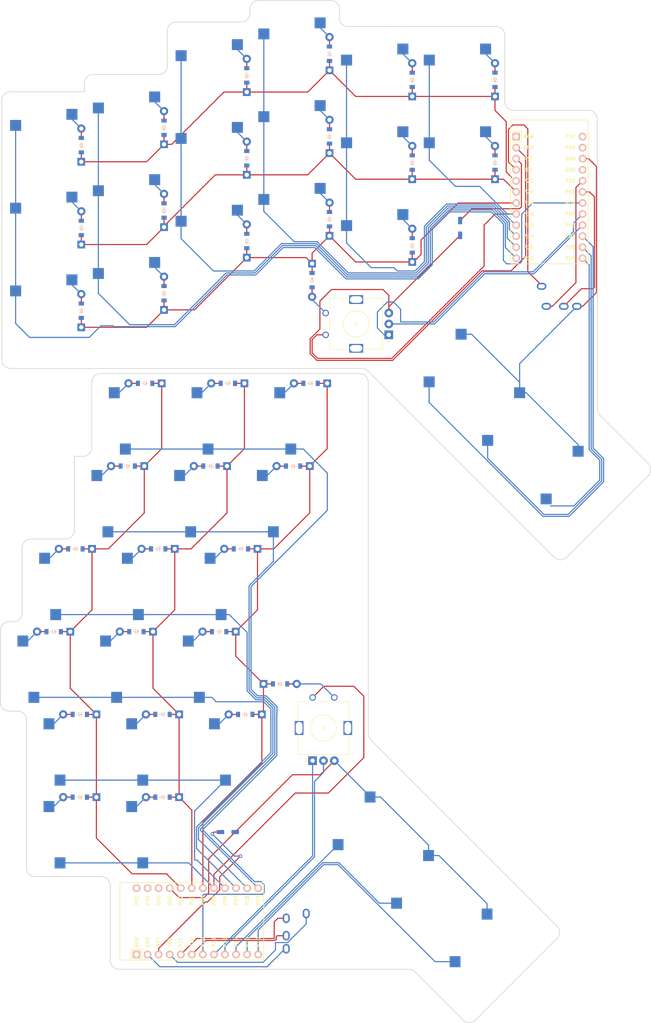
<source format=kicad_pcb>
(kicad_pcb (version 20211014) (generator pcbnew)
  (title_block (title "lenz03") (rev "v1.0.0") (company "Unknown"))
  (layers (0 "F.Cu" signal) (31 "B.Cu" signal) (34 "B.Paste" user) (35 "F.Paste" user) (36 "B.SilkS" user "B.Silkscreen") (37 "F.SilkS" user "F.Silkscreen") (38 "B.Mask" user) (39 "F.Mask" user) (44 "Edge.Cuts" user))
  (net 0 "")
  (net 1 "P4")
  (net 2 "prepinky_bottom")
  (net 3 "P19")
  (net 4 "prepinky_home")
  (net 5 "P20")
  (net 6 "prepinky_top")
  (net 7 "P21")
  (net 8 "P10")
  (net 9 "pinky_bottom")
  (net 10 "pinky_home")
  (net 11 "pinky_top")
  (net 12 "P16")
  (net 13 "ring_bottom")
  (net 14 "ring_home")
  (net 15 "ring_top")
  (net 16 "P14")
  (net 17 "middle_bottom")
  (net 18 "middle_home")
  (net 19 "middle_top")
  (net 20 "P15")
  (net 21 "index_bottom")
  (net 22 "index_home")
  (net 23 "index_top")
  (net 24 "P18")
  (net 25 "postindex_home")
  (net 26 "postindex_top")
  (net 27 "near_home")
  (net 28 "P5")
  (net 29 "GND")
  (net 30 "P6")
  (net 31 "P7")
  (net 32 "P8")
  (net 33 "P9")
  (net 34 "mirror_prepinky_bottom")
  (net 35 "mirror_prepinky_home")
  (net 36 "P3")
  (net 37 "mirror_prepinky_top")
  (net 38 "P2")
  (net 39 "mirror_pinky_bottom")
  (net 40 "mirror_pinky_home")
  (net 41 "mirror_pinky_top")
  (net 42 "mirror_ring_bottom")
  (net 43 "mirror_ring_home")
  (net 44 "mirror_ring_top")
  (net 45 "mirror_middle_bottom")
  (net 46 "mirror_middle_home")
  (net 47 "mirror_middle_top")
  (net 48 "mirror_index_bottom")
  (net 49 "mirror_index_home")
  (net 50 "mirror_index_top")
  (net 51 "mirror_postindex_home")
  (net 52 "mirror_postindex_top")
  (net 53 "mirror_near_home")
  (net 54 "RAW")
  (net 55 "RST")
  (net 56 "VCC")
  (net 57 "P1")
  (net 58 "P0")
  (footprint "ComboDiode" (layer "F.Cu") (at 48.661 138.712 180)
    (fp_text reference "D26" hide)
    (fp_text value "" hide)
  )
  (footprint "MX" (layer "F.Cu") (at 39.661 127.712 90)
    (fp_text reference "S26" hide)
    (fp_text value "" hide)
  )
  (footprint "MX" (layer "F.Cu") (at 47.661 203.712 90)
    (fp_text reference "S36" hide)
    (fp_text value "" hide)
  )
  (footprint "ComboDiode" (layer "F.Cu") (at 31.01 84.037 90)
    (fp_text reference "D1" hide)
    (fp_text value "" hide)
  )
  (footprint "ComboDiode" (layer "F.Cu") (at 88.01 25.037 90)
    (fp_text reference "D12" hide)
    (fp_text value "" hide)
  )
  (footprint "MX" (layer "F.Cu") (at 131.130058 110.593349 45)
    (fp_text reference "S19" hide)
    (fp_text value "" hide)
  )
  (footprint "ComboDiode" (layer "F.Cu") (at 126.01 31.037 90)
    (fp_text reference "D17" hide)
    (fp_text value "" hide)
  )
  (footprint "MX" (layer "F.Cu") (at 28.661 203.712 90)
    (fp_text reference "S37" hide)
    (fp_text value "" hide)
  )
  (footprint "ComboDiode" (layer "F.Cu") (at 83.661 100.712 180)
    (fp_text reference "D19" hide)
    (fp_text value "" hide)
  )
  (footprint "MX" (layer "F.Cu") (at 28.661 184.712 90)
    (fp_text reference "S35" hide)
    (fp_text value "" hide)
  )
  (footprint "MX" (layer "F.Cu") (at 42.01 78.037)
    (fp_text reference "S4" hide)
    (fp_text value "" hide)
  )
  (footprint "MX" (layer "F.Cu") (at 65.661 146.712 90)
    (fp_text reference "S27" hide)
    (fp_text value "" hide)
  )
  (footprint "MX" (layer "F.Cu") (at 23.01 63.037)
    (fp_text reference "S2" hide)
    (fp_text value "" hide)
  )
  (footprint "MX" (layer "F.Cu") (at 42.01 59.037)
    (fp_text reference "S5" hide)
    (fp_text value "" hide)
  )
  (footprint "Button_Switch_SMD:SW_SPST_B3U-1000P" (layer "F.Cu") (at 118.01 65.037 90)
    (fp_text reference "")
    (fp_text value "")
  )
  (footprint "MX" (layer "F.Cu") (at 41.661 165.712 90)
    (fp_text reference "S31" hide)
    (fp_text value "" hide)
  )
  (footprint "MX" (layer "F.Cu") (at 80.01 23.037)
    (fp_text reference "S12" hide)
    (fp_text value "" hide)
  )
  (footprint "ComboDiode" (layer "F.Cu") (at 49.661 176.712 180)
    (fp_text reference "D32" hide)
    (fp_text value "" hide)
  )
  (footprint "MX" (layer "F.Cu") (at 23.01 82.037)
    (fp_text reference "S1" hide)
    (fp_text value "" hide)
  )
  (footprint "MX" (layer "F.Cu") (at 77.661 127.712 90)
    (fp_text reference "S24" hide)
    (fp_text value "" hide)
  )
  (footprint "ComboDiode" (layer "F.Cu") (at 31.01 46.037 90)
    (fp_text reference "D3" hide)
    (fp_text value "" hide)
  )
  (footprint "MX" (layer "F.Cu") (at 61.01 47.037)
    (fp_text reference "S8" hide)
    (fp_text value "" hide)
  )
  (footprint "MX" (layer "F.Cu") (at 43.661 108.712 90)
    (fp_text reference "S23" hide)
    (fp_text value "" hide)
  )
  (footprint "MX" (layer "F.Cu") (at 99.01 48.037)
    (fp_text reference "S14" hide)
    (fp_text value "" hide)
  )
  (footprint "MX" (layer "F.Cu") (at 117.695029 97.15832 45)
    (fp_text reference "S18" hide)
    (fp_text value "" hide)
  )
  (footprint "MX" (layer "F.Cu") (at 80.01 42.037)
    (fp_text reference "S11" hide)
    (fp_text value "" hide)
  )
  (footprint "MX" (layer "F.Cu") (at 23.01 44.037)
    (fp_text reference "S3" hide)
    (fp_text value "" hide)
  )
  (footprint "MX" (layer "F.Cu") (at 42.01 40.037)
    (fp_text reference "S6" hide)
    (fp_text value "" hide)
  )
  (footprint "MX" (layer "F.Cu") (at 80.01 61.037)
    (fp_text reference "S10" hide)
    (fp_text value "" hide)
  )
  (footprint "ComboDiode" (layer "F.Cu") (at 88.01 63.037 90)
    (fp_text reference "D10" hide)
    (fp_text value "" hide)
  )
  (footprint "ComboDiode" (layer "F.Cu") (at 88.01 44.037 90)
    (fp_text reference "D11" hide)
    (fp_text value "" hide)
  )
  (footprint "TRRS-PJ-320A-dual" (layer "F.Cu") (at 78.061 233.712 180)
    (fp_text reference "REF**")
    (fp_text value "TRRS-PJ-320A-dual")
  )
  (footprint "MX" (layer "F.Cu") (at 81.661 108.712 90)
    (fp_text reference "S21" hide)
    (fp_text value "" hide)
  )
  (footprint "ProMicro" (layer "F.Cu") (at 138.51 58.037 -90)
    (fp_text reference "MCU1" hide)
    (fp_text value "" hide)
  )
  (footprint "ComboDiode" (layer "F.Cu") (at 84.01 77.037 -90)
    (fp_text reference "D18" hide)
    (fp_text value "" hide)
  )
  (footprint "ComboDiode" (layer "F.Cu") (at 107.01 31.037 90)
    (fp_text reference "D15" hide)
    (fp_text value "" hide)
  )
  (footprint "Button_Switch_SMD:SW_SPST_B3U-1000P" (layer "F.Cu") (at 64.661 203.712 180)
    (fp_text reference "")
    (fp_text value "")
  )
  (footprint "MX" (layer "F.Cu") (at 123.652378 230.267087 45)
    (fp_text reference "S40" hide)
    (fp_text value "" hide)
  )
  (footprint "ComboDiode" (layer "F.Cu") (at 60.661 119.712 180)
    (fp_text reference "D23" hide)
    (fp_text value "" hide)
  )
  (footprint "ComboDiode" (layer "F.Cu") (at 126.01 50.037 90)
    (fp_text reference "D16" hide)
    (fp_text value "" hide)
  )
  (footprint "ComboDiode" (layer "F.Cu") (at 41.661 119.712 180)
    (fp_text reference "D24" hide)
    (fp_text value "" hide)
  )
  (footprint "ComboDiode" (layer "F.Cu") (at 79.661 119.712 180)
    (fp_text reference "D22" hide)
    (fp_text value "" hide)
  )
  (footprint "ComboDiode" (layer "F.Cu") (at 64.661 100.712 180)
    (fp_text reference "D20" hide)
    (fp_text value "" hide)
  )
  (footprint "rotary_encoder" (layer "F.Cu") (at 94.01 87.037 180)
    (fp_text reference "ROT1" hide)
    (fp_text value "")
  )
  (footprint "ComboDiode" (layer "F.Cu") (at 69.01 30.037 90)
    (fp_text reference "D9" hide)
    (fp_text value "" hide)
  )
  (footprint "MX" (layer "F.Cu") (at 27.661 146.712 90)
    (fp_text reference "S29" hide)
    (fp_text value "" hide)
  )
  (footprint "ComboDiode" (layer "F.Cu") (at 69.01 49.037 90)
    (fp_text reference "D8" hide)
    (fp_text value "" hide)
  )
  (footprint "ComboDiode" (layer "F.Cu") (at 67.661 138.712 180)
    (fp_text reference "D25" hide)
    (fp_text value "" hide)
  )
  (footprint "ComboDiode" (layer "F.Cu") (at 69.01 68.037 90)
    (fp_text reference "D7" hide)
    (fp_text value "" hide)
  )
  (footprint "MX" (layer "F.Cu") (at 99.01 29.037)
    (fp_text reference "S15" hide)
    (fp_text value "" hide)
  )
  (footprint "MX" (layer "F.Cu") (at 60.661 165.712 90)
    (fp_text reference "S30" hide)
    (fp_text value "" hide)
  )
  (footprint "MX" (layer "F.Cu") (at 144.565087 124.028378 45)
    (fp_text reference "S20" hide)
    (fp_text value "" hide)
  )
  (footprint "MX" (layer "F.Cu") (at 110.217349 216.832058 45)
    (fp_text reference "S39" hide)
    (fp_text value "" hide)
  )
  (footprint "ComboDiode" (layer "F.Cu") (at 29.661 138.712 180)
    (fp_text reference "D27" hide)
    (fp_text value "" hide)
  )
  (footprint "ComboDiode" (layer "F.Cu") (at 107.01 69.037 90)
    (fp_text reference "D13" hide)
    (fp_text value "" hide)
  )
  (footprint "MX" (layer "F.Cu") (at 61.01 66.037)
    (fp_text reference "S7" hide)
    (fp_text value "" hide)
  )
  (footprint "ComboDiode" (layer "F.Cu") (at 45.661 100.712 180)
    (fp_text reference "D21" hide)
    (fp_text value "" hide)
  )
  (footprint "ComboDiode" (layer "F.Cu") (at 50.01 61.037 90)
    (fp_text reference "D5" hide)
    (fp_text value "" hide)
  )
  (footprint "ComboDiode" (layer "F.Cu") (at 30.661 176.712 180)
    (fp_text reference "D33" hide)
    (fp_text value "" hide)
  )
  (footprint "ComboDiode" (layer "F.Cu") (at 24.661 157.712 180)
    (fp_text reference "D30" hide)
    (fp_text value "" hide)
  )
  (footprint "MX" (layer "F.Cu") (at 22.661 165.712 90)
    (fp_text reference "S32" hide)
    (fp_text value "" hide)
  )
  (footprint "MX" (layer "F.Cu") (at 96.78232 203.397029 45)
    (fp_text reference "S38" hide)
    (fp_text value "" hide)
  )
  (footprint "ComboDiode" (layer "F.Cu") (at 50.01 42.037 90)
    (fp_text reference "D6" hide)
    (fp_text value "" hide)
  )
  (footprint "ComboDiode" (layer "F.Cu") (at 107.01 50.037 90)
    (fp_text reference "D14" hide)
    (fp_text value "" hide)
  )
  (footprint "MX" (layer "F.Cu") (at 118.01 48.037)
    (fp_text reference "S16" hide)
    (fp_text value "" hide)
  )
  (footprint "MX" (layer "F.Cu") (at 46.661 146.712 90)
    (fp_text reference "S28" hide)
    (fp_text value "" hide)
  )
  (footprint "TRRS-PJ-320A-dual" (layer "F.Cu") (at 148.01 83.037 -90)
    (fp_text reference "REF**")
    (fp_text value "TRRS-PJ-320A-dual")
  )
  (footprint "ComboDiode" (layer "F.Cu") (at 30.661 195.712 180)
    (fp_text reference "D35" hide)
    (fp_text value "" hide)
  )
  (footprint "ComboDiode" (layer "F.Cu") (at 62.661 157.712 180)
    (fp_text reference "D28" hide)
    (fp_text value "" hide)
  )
  (footprint "MX" (layer "F.Cu") (at 99.01 67.037)
    (fp_text reference "S13" hide)
    (fp_text value "" hide)
  )
  (footprint "ProMicro" (layer "F.Cu") (at 57.661 224.212)
    (fp_text reference "MCU2" hide)
    (fp_text value "" hide)
  )
  (footprint "MX" (layer "F.Cu") (at 61.01 28.037)
    (fp_text reference "S9" hide)
    (fp_text value "" hide)
  )
  (footprint "MX" (layer "F.Cu") (at 58.661 127.712 90)
    (fp_text reference "S25" hide)
    (fp_text value "" hide)
  )
  (footprint "ComboDiode" (layer "F.Cu") (at 68.661 176.712 180)
    (fp_text reference "D31" hide)
    (fp_text value "" hide)
  )
  (footprint "ComboDiode" (layer "F.Cu") (at 50.01 80.037 90)
    (fp_text reference "D4" hide)
    (fp_text value "" hide)
  )
  (footprint "rotary_encoder" (layer "F.Cu") (at 86.661 179.712 90)
    (fp_text reference "ROT2" hide)
    (fp_text value "")
  )
  (footprint "ComboDiode" (layer "F.Cu") (at 49.661 195.712 180)
    (fp_text reference "D34" hide)
    (fp_text value "" hide)
  )
  (footprint "MX" (layer "F.Cu") (at 66.661 184.712 90)
    (fp_text reference "S33" hide)
    (fp_text value "" hide)
  )
  (footprint "MX" (layer "F.Cu") (at 62.661 108.712 90)
    (fp_text reference "S22" hide)
    (fp_text value "" hide)
  )
  (footprint "ComboDiode" (layer "F.Cu") (at 43.661 157.712 180)
    (fp_text reference "D29" hide)
    (fp_text value "" hide)
  )
  (footprint "MX" (layer "F.Cu") (at 118.01 29.037)
    (fp_text reference "S17" hide)
    (fp_text value "" hide)
  )
  (footprint "ComboDiode" (layer "F.Cu") (at 76.661 169.712)
    (fp_text reference "D36" hide)
    (fp_text value "" hide)
  )
  (footprint "ComboDiode" (layer "F.Cu") (at 31.01 65.037 90)
    (fp_text reference "D2" hide)
    (fp_text value "" hide)
  )
  (footprint "MX" (layer "F.Cu") (at 47.661 184.712 90)
    (fp_text reference "S34" hide)
    (fp_text value "" hide)
  )
  (gr_arc (start 106.202107 235.212) (mid 106.967472 235.364243) (end 107.616321 235.797786) (layer "Edge.Cuts") (width 0.15))
  (gr_line (start 50.76 27.787) (end 50.76 19.787) (layer "Edge.Cuts") (width 0.15))
  (gr_line (start 121.531058 246.884096) (end 140.269387 228.145766) (layer "Edge.Cuts") (width 0.15))
  (gr_line (start 71.76 12.787) (end 88.26 12.787) (layer "Edge.Cuts") (width 0.15))
  (gr_line (start 12.76 95.287) (end 12.76 35.787) (layer "Edge.Cuts") (width 0.15))
  (gr_line (start 33.76 29.787) (end 48.76 29.787) (layer "Edge.Cuts") (width 0.15))
  (gr_line (start 52.76 17.787) (end 67.76 17.787) (layer "Edge.Cuts") (width 0.15))
  (gr_arc (start 161.182096 119.07863) (mid 161.767857 120.492831) (end 161.182096 121.907058) (layer "Edge.Cuts") (width 0.15))
  (gr_arc (start 69.76 15.787) (mid 69.174214 17.201214) (end 67.76 17.787) (layer "Edge.Cuts") (width 0.15))
  (gr_arc (start 16.411 175.962) (mid 17.825214 176.547786) (end 18.411 177.962) (layer "Edge.Cuts") (width 0.15))
  (gr_arc (start 126.26 18.787) (mid 127.674214 19.372786) (end 128.26 20.787) (layer "Edge.Cuts") (width 0.15))
  (gr_arc (start 97.496786 182.544739) (mid 97.063232 181.895894) (end 96.911 181.130525) (layer "Edge.Cuts") (width 0.15))
  (gr_line (start 39.661 235.212) (end 106.202108 235.212) (layer "Edge.Cuts") (width 0.15))
  (gr_line (start 128.26 36.037) (end 128.26 20.787) (layer "Edge.Cuts") (width 0.15))
  (gr_line (start 96.911 181.130525) (end 96.911 100.462) (layer "Edge.Cuts") (width 0.15))
  (gr_arc (start 94.911 98.462) (mid 96.325214 99.047786) (end 96.911 100.462) (layer "Edge.Cuts") (width 0.15))
  (gr_line (start 29.411 134.462) (end 29.411 117.462) (layer "Edge.Cuts") (width 0.15))
  (gr_line (start 14.76 97.287) (end 95.428525 97.287) (layer "Edge.Cuts") (width 0.15))
  (gr_arc (start 50.76 19.787) (mid 51.345786 18.372786) (end 52.76 17.787) (layer "Edge.Cuts") (width 0.15))
  (gr_line (start 33.411 115.462) (end 33.411 100.462) (layer "Edge.Cuts") (width 0.15))
  (gr_line (start 69.76 15.787) (end 69.76 14.787) (layer "Edge.Cuts") (width 0.15))
  (gr_line (start 37.661 215.962) (end 37.661 233.212) (layer "Edge.Cuts") (width 0.15))
  (gr_arc (start 147.51 38.037) (mid 148.924214 38.622786) (end 149.51 40.037) (layer "Edge.Cuts") (width 0.15))
  (gr_line (start 90.26 14.787) (end 90.26 16.787) (layer "Edge.Cuts") (width 0.15))
  (gr_line (start 96.842738 97.872786) (end 139.615339 140.645387) (layer "Edge.Cuts") (width 0.15))
  (gr_line (start 17.411 153.462) (end 17.411 138.462) (layer "Edge.Cuts") (width 0.15))
  (gr_arc (start 150.095786 107.992321) (mid 149.662238 107.343475) (end 149.51 106.578107) (layer "Edge.Cuts") (width 0.15))
  (gr_arc (start 20.411 213.962) (mid 18.996786 213.376214) (end 18.411 211.962) (layer "Edge.Cuts") (width 0.15))
  (gr_line (start 118.70263 246.884096) (end 107.616321 235.797786) (layer "Edge.Cuts") (width 0.15))
  (gr_line (start 140.269387 225.317339) (end 97.496786 182.544738) (layer "Edge.Cuts") (width 0.15))
  (gr_arc (start 14.411 175.962) (mid 12.996786 175.376214) (end 12.411 173.962) (layer "Edge.Cuts") (width 0.15))
  (gr_arc (start 33.411 115.462) (mid 32.825214 116.876214) (end 31.411 117.462) (layer "Edge.Cuts") (width 0.15))
  (gr_arc (start 121.531058 246.884096) (mid 120.116831 247.469919) (end 118.70263 246.884096) (layer "Edge.Cuts") (width 0.15))
  (gr_arc (start 50.76 27.787) (mid 50.174214 29.201214) (end 48.76 29.787) (layer "Edge.Cuts") (width 0.15))
  (gr_arc (start 17.411 138.462) (mid 17.996786 137.047786) (end 19.411 136.462) (layer "Edge.Cuts") (width 0.15))
  (gr_arc (start 17.411 153.462) (mid 16.825214 154.876214) (end 15.411 155.462) (layer "Edge.Cuts") (width 0.15))
  (gr_line (start 150.095786 107.992321) (end 161.182096 119.078631) (layer "Edge.Cuts") (width 0.15))
  (gr_line (start 12.411 173.962) (end 12.411 157.462) (layer "Edge.Cuts") (width 0.15))
  (gr_arc (start 69.76 14.787) (mid 70.345786 13.372786) (end 71.76 12.787) (layer "Edge.Cuts") (width 0.15))
  (gr_arc (start 14.76 97.287) (mid 13.345786 96.701214) (end 12.76 95.287) (layer "Edge.Cuts") (width 0.15))
  (gr_arc (start 12.76 35.787) (mid 13.345786 34.372786) (end 14.76 33.787) (layer "Edge.Cuts") (width 0.15))
  (gr_arc (start 140.269387 225.31734) (mid 140.855173 226.731553) (end 140.269387 228.145766) (layer "Edge.Cuts") (width 0.15))
  (gr_line (start 31.76 33.787) (end 31.76 31.787) (layer "Edge.Cuts") (width 0.15))
  (gr_line (start 29.411 117.462) (end 31.411 117.462) (layer "Edge.Cuts") (width 0.15))
  (gr_line (start 142.443766 140.645387) (end 161.182096 121.907058) (layer "Edge.Cuts") (width 0.15))
  (gr_arc (start 29.411 134.462) (mid 28.825214 135.876214) (end 27.411 136.462) (layer "Edge.Cuts") (width 0.15))
  (gr_line (start 92.26 18.787) (end 126.26 18.787) (layer "Edge.Cuts") (width 0.15))
  (gr_arc (start 142.443766 140.645388) (mid 141.029566 141.231148) (end 139.615339 140.645387) (layer "Edge.Cuts") (width 0.15))
  (gr_arc (start 33.411 100.462) (mid 33.996786 99.047786) (end 35.411 98.462) (layer "Edge.Cuts") (width 0.15))
  (gr_arc (start 35.661 213.962) (mid 37.075214 214.547786) (end 37.661 215.962) (layer "Edge.Cuts") (width 0.15))
  (gr_arc (start 88.26 12.787) (mid 89.674214 13.372786) (end 90.26 14.787) (layer "Edge.Cuts") (width 0.15))
  (gr_arc (start 95.428524 97.287) (mid 96.193886 97.439249) (end 96.842738 97.872786) (layer "Edge.Cuts") (width 0.15))
  (gr_line (start 16.411 175.962) (end 14.411 175.962) (layer "Edge.Cuts") (width 0.15))
  (gr_line (start 14.411 155.462) (end 15.411 155.462) (layer "Edge.Cuts") (width 0.15))
  (gr_arc (start 130.26 38.037) (mid 128.845786 37.451214) (end 128.26 36.037) (layer "Edge.Cuts") (width 0.15))
  (gr_arc (start 12.411 157.462) (mid 12.996786 156.047786) (end 14.411 155.462) (layer "Edge.Cuts") (width 0.15))
  (gr_arc (start 39.661 235.212) (mid 38.246786 234.626214) (end 37.661 233.212) (layer "Edge.Cuts") (width 0.15))
  (gr_line (start 94.911 98.462) (end 35.411 98.462) (layer "Edge.Cuts") (width 0.15))
  (gr_line (start 147.51 38.037) (end 130.26 38.037) (layer "Edge.Cuts") (width 0.15))
  (gr_line (start 14.76 33.787) (end 31.76 33.787) (layer "Edge.Cuts") (width 0.15))
  (gr_arc (start 31.76 31.787) (mid 32.345786 30.372786) (end 33.76 29.787) (layer "Edge.Cuts") (width 0.15))
  (gr_line (start 35.661 213.962) (end 20.411 213.962) (layer "Edge.Cuts") (width 0.15))
  (gr_line (start 18.411 211.962) (end 18.411 177.962) (layer "Edge.Cuts") (width 0.15))
  (gr_line (start 27.411 136.462) (end 19.411 136.462) (layer "Edge.Cuts") (width 0.15))
  (gr_arc (start 92.26 18.787) (mid 90.845786 18.201214) (end 90.26 16.787) (layer "Edge.Cuts") (width 0.15))
  (gr_line (start 149.51 106.578107) (end 149.51 40.037) (layer "Edge.Cuts") (width 0.15))
  (segment (start 72.851 169.712) (end 72.851 176.332) (width 0.25) (layer "F.Cu") (net 1))
  (segment (start 72.851 169.712) (end 75.011 169.712) (width 0.25) (layer "F.Cu") (net 1))
  (segment (start 85.311 100.712) (end 87.471 100.712) (width 0.25) (layer "F.Cu") (net 1))
  (segment (start 72.851 176.332) (end 72.471 176.712) (width 0.25) (layer "F.Cu") (net 1))
  (segment (start 66.471 157.712) (end 64.311 157.712) (width 0.25) (layer "F.Cu") (net 1))
  (segment (start 71.471 138.712) (end 71.471 152.712) (width 0.25) (layer "F.Cu") (net 1))
  (segment (start 72.471 176.712) (end 70.311 176.712) (width 0.25) (layer "F.Cu") (net 1))
  (segment (start 87.471 115.712) (end 83.471 119.712) (width 0.25) (layer "F.Cu") (net 1))
  (segment (start 58.931 201.489) (end 58.931 216.592) (width 0.25) (layer "F.Cu") (net 1))
  (segment (start 71.471 152.712) (end 66.471 157.712) (width 0.25) (layer "F.Cu") (net 1))
  (segment (start 72.471 187.949) (end 58.931 201.489) (width 0.25) (layer "F.Cu") (net 1))
  (segment (start 83.471 130.449371) (end 75.208371 138.712) (width 0.25) (layer "F.Cu") (net 1))
  (segment (start 81.311 119.712) (end 83.471 119.712) (width 0.25) (layer "F.Cu") (net 1))
  (segment (start 66.471 157.712) (end 66.471 163.332) (width 0.25) (layer "F.Cu") (net 1))
  (segment (start 72.471 176.712) (end 72.471 187.949) (width 0.25) (layer "F.Cu") (net 1))
  (segment (start 87.471 100.712) (end 87.471 115.712) (width 0.25) (layer "F.Cu") (net 1))
  (segment (start 66.471 163.332) (end 72.851 169.712) (width 0.25) (layer "F.Cu") (net 1))
  (segment (start 83.471 119.712) (end 83.471 130.449371) (width 0.25) (layer "F.Cu") (net 1))
  (segment (start 71.471 138.712) (end 69.311 138.712) (width 0.25) (layer "F.Cu") (net 1))
  (segment (start 75.208371 138.712) (end 71.471 138.712) (width 0.25) (layer "F.Cu") (net 1))
  (segment (start 77.338792 69.544) (end 71.057792 75.825) (width 0.25) (layer "B.Cu") (net 1))
  (segment (start 125.18302 61.358) (end 115.626584 61.358) (width 0.25) (layer "B.Cu") (net 1))
  (segment (start 132.153 61.844) (end 132.153 72.766) (width 0.25) (layer "B.Cu") (net 1))
  (segment (start 19.123 90.165) (end 15.925 86.967) (width 0.25) (layer "B.Cu") (net 1))
  (segment (start 71.057792 75.825) (end 64.452396 75.825) (width 0.25) (layer "B.Cu") (net 1))
  (segment (start 127.944104 64.119084) (end 125.18302 61.358) (width 0.25) (layer "B.Cu") (net 1))
  (segment (start 132.153 72.766) (end 131.645 73.274) (width 0.25) (layer "B.Cu") (net 1))
  (segment (start 108.387584 76.725) (end 91.784812 76.725) (width 0.25) (layer "B.Cu") (net 1))
  (segment (start 127.944104 72.494104) (end 127.944104 64.119084) (width 0.25) (layer "B.Cu") (net 1))
  (segment (start 111.601 65.383584) (end 111.601 73.511584) (width 0.25) (layer "B.Cu") (net 1))
  (segment (start 35.506 87.498) (end 32.839 90.165) (width 0.25) (layer "B.Cu") (net 1))
  (segment (start 38.3 87.498) (end 35.506 87.498) (width 0.25) (layer "B.Cu") (net 1))
  (segment (start 52.583396 87.694) (end 38.496 87.694) (width 0.25) (layer "B.Cu") (net 1))
  (segment (start 111.601 73.511584) (end 108.387584 76.725) (width 0.25) (layer "B.Cu") (net 1))
  (segment (start 115.626584 61.358) (end 111.601 65.383584) (width 0.25) (layer "B.Cu") (net 1))
  (segment (start 38.496 87.694) (end 38.3 87.498) (width 0.25) (layer "B.Cu") (net 1))
  (segment (start 91.784812 76.725) (end 84.603812 69.544) (width 0.25) (layer "B.Cu") (net 1))
  (segment (start 128.724 73.274) (end 127.944104 72.494104) (width 0.25) (layer "B.Cu") (net 1))
  (segment (start 64.452396 75.825) (end 52.583396 87.694) (width 0.25) (layer "B.Cu") (net 1))
  (segment (start 131.645 73.274) (end 128.724 73.274) (width 0.25) (layer "B.Cu") (net 1))
  (segment (start 146.13 59.307) (end 134.69 59.307) (width 0.25) (layer "B.Cu") (net 1))
  (segment (start 15.925 86.967) (end 15.925 79.497) (width 0.25) (layer "B.Cu") (net 1))
  (segment (start 32.839 90.165) (end 19.123 90.165) (width 0.25) (layer "B.Cu") (net 1))
  (segment (start 15.925 41.497) (end 15.925 60.497) (width 0.25) (layer "B.Cu") (net 1))
  (segment (start 84.603812 69.544) (end 77.338792 69.544) (width 0.25) (layer "B.Cu") (net 1))
  (segment (start 15.925 60.497) (end 15.925 79.497) (width 0.25) (layer "B.Cu") (net 1))
  (segment (start 134.69 59.307) (end 132.153 61.844) (width 0.25) (layer "B.Cu") (net 1))
  (segment (start 31.01 82.387) (end 31.01 80.227) (width 0.25) (layer "F.Cu") (net 2))
  (segment (start 28.852 76.957) (end 28.852 78.069) (width 0.25) (layer "B.Cu") (net 2))
  (segment (start 28.852 78.069) (end 31.01 80.227) (width 0.25) (layer "B.Cu") (net 2))
  (segment (start 84.01 73.227) (end 84.01 75.387) (width 0.25) (layer "F.Cu") (net 3))
  (segment (start 107.01 72.847) (end 107.307 72.847) (width 0.25) (layer "F.Cu") (net 3))
  (segment (start 31.01 87.847) (end 46.01 87.847) (width 0.25) (layer "F.Cu") (net 3))
  (segment (start 109.039 67.813) (end 117.545 59.307) (width 0.25) (layer "F.Cu") (net 3))
  (segment (start 109.039 71.115) (end 109.039 67.813) (width 0.25) (layer "F.Cu") (net 3))
  (segment (start 94.01 72.847) (end 107.01 72.847) (width 0.25) (layer "F.Cu") (net 3))
  (segment (start 88.01 66.847) (end 94.01 72.847) (width 0.25) (layer "F.Cu") (net 3))
  (segment (start 117.545 59.307) (end 130.89 59.307) (width 0.25) (layer "F.Cu") (net 3))
  (segment (start 46.01 87.847) (end 50.01 83.847) (width 0.25) (layer "F.Cu") (net 3))
  (segment (start 84.01 73.227) (end 84.01 70.847) (width 0.25) (layer "F.Cu") (net 3))
  (segment (start 69.01 71.847) (end 69.01 69.687) (width 0.25) (layer "F.Cu") (net 3))
  (segment (start 107.01 72.847) (end 107.01 70.687) (width 0.25) (layer "F.Cu") (net 3))
  (segment (start 84.01 70.847) (end 88.01 66.847) (width 0.25) (layer "F.Cu") (net 3))
  (segment (start 50.01 83.847) (end 50.01 81.687) (width 0.25) (layer "F.Cu") (net 3))
  (segment (start 82.63 71.847) (end 84.01 73.227) (width 0.25) (layer "F.Cu") (net 3))
  (segment (start 88.01 64.687) (end 88.01 66.847) (width 0.25) (layer "F.Cu") (net 3))
  (segment (start 57.01 83.847) (end 69.01 71.847) (width 0.25) (layer "F.Cu") (net 3))
  (segment (start 107.307 72.847) (end 109.039 71.115) (width 0.25) (layer "F.Cu") (net 3))
  (segment (start 31.01 87.847) (end 31.01 85.687) (width 0.25) (layer "F.Cu") (net 3))
  (segment (start 50.01 83.847) (end 57.01 83.847) (width 0.25) (layer "F.Cu") (net 3))
  (segment (start 69.01 71.847) (end 82.63 71.847) (width 0.25) (layer "F.Cu") (net 3))
  (segment (start 72.263 215.081) (end 70.756396 215.081) (width 0.25) (layer "B.Cu") (net 3))
  (segment (start 75.899 176.647) (end 75.946 176.6) (width 0.25) (layer "B.Cu") (net 3))
  (segment (start 75.899 186.172) (end 75.899 176.647) (width 0.25) (layer "B.Cu") (net 3))
  (segment (start 81.984 115.797) (end 79.121 115.797) (width 0.25) (layer "B.Cu") (net 3))
  (segment (start 87.503 121.316) (end 81.984 115.797) (width 0.25) (layer "B.Cu") (net 3))
  (segment (start 73.457188 172.456) (end 71.501 172.456) (width 0.25) (layer "B.Cu") (net 3))
  (segment (start 87.503 129.865396) (end 87.503 121.316) (width 0.25) (layer "B.Cu") (net 3))
  (segment (start 59.182 218.002) (end 72.644 218.002) (width 0.25) (layer "B.Cu") (net 3))
  (segment (start 70.756396 215.081) (end 58.873198 203.197802) (width 0.25) (layer "B.Cu") (net 3))
  (segment (start 69.988 170.943) (end 69.988 147.380396) (width 0.25) (layer "B.Cu") (net 3))
  (segment (start 73.025 215.843) (end 72.263 215.081) (width 0.25) (layer "B.Cu") (net 3))
  (segment (start 58.873198 203.197802) (end 75.899 186.172) (width 0.25) (layer "B.Cu") (net 3))
  (segment (start 41.121 115.797) (end 79.121 115.797) (width 0.25) (layer "B.Cu") (net 3))
  (segment (start 58.931 218.253) (end 59.182 218.002) (width 0.25) (layer "B.Cu") (net 3))
  (segment (start 72.644 218.002) (end 73.025 217.621) (width 0.25) (layer "B.Cu") (net 3))
  (segment (start 75.946 176.6) (end 75.946 174.944812) (width 0.25) (layer "B.Cu") (net 3))
  (segment (start 69.988 147.380396) (end 87.503 129.865396) (width 0.25) (layer "B.Cu") (net 3))
  (segment (start 58.931 231.832) (end 58.931 218.253) (width 0.25) (layer "B.Cu") (net 3))
  (segment (start 73.025 217.621) (end 73.025 215.843) (width 0.25) (layer "B.Cu") (net 3))
  (segment (start 71.501 172.456) (end 69.988 170.943) (width 0.25) (layer "B.Cu") (net 3))
  (segment (start 75.946 174.944812) (end 73.457188 172.456) (width 0.25) (layer "B.Cu") (net 3))
  (segment (start 31.01 63.387) (end 31.01 61.227) (width 0.25) (layer "F.Cu") (net 4))
  (segment (start 28.852 57.957) (end 28.852 59.069) (width 0.25) (layer "B.Cu") (net 4))
  (segment (start 28.852 59.069) (end 31.01 61.227) (width 0.25) (layer "B.Cu") (net 4))
  (segment (start 75.761 228.348396) (end 75.497396 228.612) (width 0.25) (layer "F.Cu") (net 5))
  (segment (start 69.01 52.847) (end 83.01 52.847) (width 0.25) (layer "F.Cu") (net 5))
  (segment (start 83.01 52.847) (end 88.01 47.847) (width 0.25) (layer "F.Cu") (net 5))
  (segment (start 94.01 53.847) (end 107.01 53.847) (width 0.25) (layer "F.Cu") (net 5))
  (segment (start 127.97 53.847) (end 130.89 56.767) (width 0.25) (layer "F.Cu") (net 5))
  (segment (start 88.01 47.847) (end 88.01 45.687) (width 0.25) (layer "F.Cu") (net 5))
  (segment (start 59.611 228.612) (end 56.391 231.832) (width 0.25) (layer "F.Cu") (net 5))
  (segment (start 75.761 227.781) (end 75.761 228.348396) (width 0.25) (layer "F.Cu") (net 5))
  (segment (start 126.01 53.847) (end 127.97 53.847) (width 0.25) (layer "F.Cu") (net 5))
  (segment (start 75.497396 228.612) (end 59.611 228.612) (width 0.25) (layer "F.Cu") (net 5))
  (segment (start 126.01 53.847) (end 126.01 51.687) (width 0.25) (layer "F.Cu") (net 5))
  (segment (start 31.01 68.847) (end 31.01 66.687) (width 0.25) (layer "F.Cu") (net 5))
  (segment (start 50.01 64.847) (end 50.01 64.612) (width 0.25) (layer "F.Cu") (net 5))
  (segment (start 88.01 47.847) (end 94.01 53.847) (width 0.25) (layer "F.Cu") (net 5))
  (segment (start 69.01 52.847) (end 69.01 50.687) (width 0.25) (layer "F.Cu") (net 5))
  (segment (start 31.01 68.847) (end 46.01 68.847) (width 0.25) (layer "F.Cu") (net 5))
  (segment (start 107.01 53.847) (end 126.01 53.847) (width 0.25) (layer "F.Cu") (net 5))
  (segment (start 78.061 227.512) (end 76.03 227.512) (width 0.25) (layer "F.Cu") (net 5))
  (segment (start 61.775 52.847) (end 69.01 52.847) (width 0.25) (layer "F.Cu") (net 5))
  (segment (start 50.01 64.847) (end 50.01 62.687) (width 0.25) (layer "F.Cu") (net 5))
  (segment (start 76.03 227.512) (end 75.761 227.781) (width 0.25) (layer "F.Cu") (net 5))
  (segment (start 107.01 53.847) (end 107.01 51.687) (width 0.25) (layer "F.Cu") (net 5))
  (segment (start 50.01 64.612) (end 61.775 52.847) (width 0.25) (layer "F.Cu") (net 5))
  (segment (start 46.01 68.847) (end 50.01 64.847) (width 0.25) (layer "F.Cu") (net 5))
  (segment (start 31.01 44.387) (end 31.01 42.227) (width 0.25) (layer "F.Cu") (net 6))
  (segment (start 28.852 40.069) (end 31.01 42.227) (width 0.25) (layer "B.Cu") (net 6))
  (segment (start 28.852 38.957) (end 28.852 40.069) (width 0.25) (layer "B.Cu") (net 6))
  (segment (start 76.151 223.512) (end 78.061 223.512) (width 0.25) (layer "F.Cu") (net 7))
  (segment (start 128.597 40.635) (end 128.597 52.192) (width 0.25) (layer "F.Cu") (net 7))
  (segment (start 126.01 34.847) (end 126.01 32.687) (width 0.25) (layer "F.Cu") (net 7))
  (segment (start 57.521 228.162) (end 75.311 228.162) (width 0.25) (layer "F.Cu") (net 7))
  (segment (start 51.757 45.847) (end 63.757 33.847) (width 0.25) (layer "F.Cu") (net 7))
  (segment (start 69.01 33.847) (end 83.01 33.847) (width 0.25) (layer "F.Cu") (net 7))
  (segment (start 88.01 28.847) (end 88.01 26.687) (width 0.25) (layer "F.Cu") (net 7))
  (segment (start 126.01 38.048) (end 128.597 40.635) (width 0.25) (layer "F.Cu") (net 7))
  (segment (start 107.01 34.847) (end 107.01 32.687) (width 0.25) (layer "F.Cu") (net 7))
  (segment (start 50.01 45.847) (end 51.757 45.847) (width 0.25) (layer "F.Cu") (net 7))
  (segment (start 94.01 34.847) (end 107.01 34.847) (width 0.25) (layer "F.Cu") (net 7))
  (segment (start 69.01 33.847) (end 69.01 31.687) (width 0.25) (layer "F.Cu") (net 7))
  (segment (start 31.01 49.847) (end 46.01 49.847) (width 0.25) (layer "F.Cu") (net 7))
  (segment (start 63.757 33.847) (end 69.01 33.847) (width 0.25) (layer "F.Cu") (net 7))
  (segment (start 107.01 34.847) (end 126.01 34.847) (width 0.25) (layer "F.Cu") (net 7))
  (segment (start 46.01 49.847) (end 50.01 45.847) (width 0.25) (layer "F.Cu") (net 7))
  (segment (start 75.311 228.162) (end 75.311 224.352) (width 0.25) (layer "F.Cu") (net 7))
  (segment (start 31.01 49.847) (end 31.01 47.687) (width 0.25) (layer "F.Cu") (net 7))
  (segment (start 128.597 52.192) (end 129.867 53.462) (width 0.25) (layer "F.Cu") (net 7))
  (segment (start 83.01 33.847) (end 88.01 28.847) (width 0.25) (layer "F.Cu") (net 7))
  (segment (start 53.851 231.832) (end 57.521 228.162) (width 0.25) (layer "F.Cu") (net 7))
  (segment (start 88.01 28.847) (end 94.01 34.847) (width 0.25) (layer "F.Cu") (net 7))
  (segment (start 126.01 34.847) (end 126.01 38.048) (width 0.25) (layer "F.Cu") (net 7))
  (segment (start 75.311 224.352) (end 76.151 223.512) (width 0.25) (layer "F.Cu") (net 7))
  (segment (start 50.01 45.847) (end 50.01 43.687) (width 0.25) (layer "F.Cu") (net 7))
  (segment (start 71.631 231.832) (end 71.631 226.229038) (width 0.25) (layer "B.Cu") (net 8))
  (segment (start 91.971208 76.275) (end 84.790208 69.094) (width 0.25) (layer "B.Cu") (net 8))
  (segment (start 84.790208 69.094) (end 77.152396 69.094) (width 0.25) (layer "B.Cu") (net 8))
  (segment (start 34.925 37.497) (end 34.925 75.497) (width 0.25) (layer "B.Cu") (net 8))
  (segment (start 70.871396 75.375) (end 64.266 75.375) (width 0.25) (layer "B.Cu") (net 8))
  (segment (start 128.394104 69.511104) (end 128.394104 63.932688) (width 0.25) (layer "B.Cu") (net 8))
  (segment (start 130.89 72.007) (end 128.394104 69.511104) (width 0.25) (layer "B.Cu") (net 8))
  (segment (start 111.151 73.325188) (end 108.201188 76.275) (width 0.25) (layer "B.Cu") (net 8))
  (segment (start 64.266 75.375) (end 52.397 87.244) (width 0.25) (layer "B.Cu") (net 8))
  (segment (start 125.369416 60.908) (end 115.440188 60.908) (width 0.25) (layer "B.Cu") (net 8))
  (segment (start 34.925 80.059) (end 34.925 75.497) (width 0.25) (layer "B.Cu") (net 8))
  (segment (start 108.201188 76.275) (end 91.971208 76.275) (width 0.25) (layer "B.Cu") (net 8))
  (segment (start 89.983604 211.213) (end 112.251491 233.480887) (width 0.25) (layer "B.Cu") (net 8))
  (segment (start 111.151 65.197188) (end 111.151 73.325188) (width 0.25) (layer "B.Cu") (net 8))
  (segment (start 128.394104 63.932688) (end 125.369416 60.908) (width 0.25) (layer "B.Cu") (net 8))
  (segment (start 115.440188 60.908) (end 111.151 65.197188) (width 0.25) (layer "B.Cu") (net 8))
  (segment (start 52.397 87.244) (end 42.11 87.244) (width 0.25) (layer "B.Cu") (net 8))
  (segment (start 77.152396 69.094) (end 70.871396 75.375) (width 0.25) (layer "B.Cu") (net 8))
  (segment (start 42.11 87.244) (end 34.925 80.059) (width 0.25) (layer "B.Cu") (net 8))
  (segment (start 112.251491 233.480887) (end 116.846475 233.480887) (width 0.25) (layer "B.Cu") (net 8))
  (segment (start 71.631 226.229038) (end 86.647038 211.213) (width 0.25) (layer "B.Cu") (net 8))
  (segment (start 86.647038 211.213) (end 89.983604 211.213) (width 0.25) (layer "B.Cu") (net 8))
  (segment (start 50.01 78.387) (end 50.01 76.227) (width 0.25) (layer "F.Cu") (net 9))
  (segment (start 47.852 72.957) (end 47.852 74.069) (width 0.25) (layer "B.Cu") (net 9))
  (segment (start 47.852 74.069) (end 50.01 76.227) (width 0.25) (layer "B.Cu") (net 9))
  (segment (start 50.01 59.387) (end 50.01 57.227) (width 0.25) (layer "F.Cu") (net 10))
  (segment (start 47.852 53.957) (end 47.852 55.069) (width 0.25) (layer "B.Cu") (net 10))
  (segment (start 47.852 55.069) (end 50.01 57.227) (width 0.25) (layer "B.Cu") (net 10))
  (segment (start 50.01 40.387) (end 50.01 38.227) (width 0.25) (layer "F.Cu") (net 11))
  (segment (start 47.852 34.957) (end 47.852 36.069) (width 0.25) (layer "B.Cu") (net 11))
  (segment (start 47.852 36.069) (end 50.01 38.227) (width 0.25) (layer "B.Cu") (net 11))
  (segment (start 92.157604 75.825) (end 84.976604 68.644) (width 0.25) (layer "B.Cu") (net 12))
  (segment (start 53.925 67.499371) (end 53.925 63.497) (width 0.25) (layer "B.Cu") (net 12))
  (segment (start 90.17 210.763) (end 99.452858 220.045858) (width 0.25) (layer "B.Cu") (net 12))
  (segment (start 125.555812 60.458) (end 115.253792 60.458) (width 0.25) (layer "B.Cu") (net 12))
  (segment (start 69.091 228.132642) (end 86.460642 210.763) (width 0.25) (layer "B.Cu") (net 12))
  (segment (start 70.685 74.925) (end 61.350629 74.925) (width 0.25) (layer "B.Cu") (net 12))
  (segment (start 53.925 25.497) (end 53.925 63.497) (width 0.25) (layer "B.Cu") (net 12))
  (segment (start 84.976604 68.644) (end 76.966 68.644) (width 0.25) (layer "B.Cu") (net 12))
  (segment (start 69.091 231.832) (end 69.091 228.132642) (width 0.25) (layer "B.Cu") (net 12))
  (segment (start 110.701 73.138792) (end 108.014792 75.825) (width 0.25) (layer "B.Cu") (net 12))
  (segment (start 128.844104 63.746292) (end 125.555812 60.458) (width 0.25) (layer "B.Cu") (net 12))
  (segment (start 110.701 65.010792) (end 110.701 73.138792) (width 0.25) (layer "B.Cu") (net 12))
  (segment (start 128.844104 67.421104) (end 128.844104 63.746292) (width 0.25) (layer "B.Cu") (net 12))
  (segment (start 76.966 68.644) (end 70.685 74.925) (width 0.25) (layer "B.Cu") (net 12))
  (segment (start 61.350629 74.925) (end 53.925 67.499371) (width 0.25) (layer "B.Cu") (net 12))
  (segment (start 108.014792 75.825) (end 92.157604 75.825) (width 0.25) (layer "B.Cu") (net 12))
  (segment (start 86.460642 210.763) (end 90.17 210.763) (width 0.25) (layer "B.Cu") (net 12))
  (segment (start 130.89 69.467) (end 128.844104 67.421104) (width 0.25) (layer "B.Cu") (net 12))
  (segment (start 115.253792 60.458) (end 110.701 65.010792) (width 0.25) (layer "B.Cu") (net 12))
  (segment (start 99.452858 220.045858) (end 103.411446 220.045858) (width 0.25) (layer "B.Cu") (net 12))
  (segment (start 69.01 66.387) (end 69.01 64.227) (width 0.25) (layer "F.Cu") (net 13))
  (segment (start 66.852 62.069) (end 69.01 64.227) (width 0.25) (layer "B.Cu") (net 13))
  (segment (start 66.852 60.957) (end 66.852 62.069) (width 0.25) (layer "B.Cu") (net 13))
  (segment (start 69.01 47.387) (end 69.01 45.227) (width 0.25) (layer "F.Cu") (net 14))
  (segment (start 66.852 41.957) (end 66.852 43.069) (width 0.25) (layer "B.Cu") (net 14))
  (segment (start 66.852 43.069) (end 69.01 45.227) (width 0.25) (layer "B.Cu") (net 14))
  (segment (start 69.01 28.387) (end 69.01 26.227) (width 0.25) (layer "F.Cu") (net 15))
  (segment (start 66.852 22.957) (end 66.852 24.069) (width 0.25) (layer "B.Cu") (net 15))
  (segment (start 66.852 24.069) (end 69.01 26.227) (width 0.25) (layer "B.Cu") (net 15))
  (segment (start 66.551 231.832) (end 66.551 230.036246) (width 0.25) (layer "B.Cu") (net 16))
  (segment (start 125.742208 60.008) (end 115.067396 60.008) (width 0.25) (layer "B.Cu") (net 16))
  (segment (start 85.163 68.194) (end 79.885198 68.194) (width 0.25) (layer "B.Cu") (net 16))
  (segment (start 79.885198 68.194) (end 72.925 61.233802) (width 0.25) (layer "B.Cu") (net 16))
  (segment (start 110.251 72.952396) (end 107.828396 75.375) (width 0.25) (layer "B.Cu") (net 16))
  (segment (start 72.925 20.497) (end 72.925 58.497) (width 0.25) (layer "B.Cu") (net 16))
  (segment (start 110.251 64.824396) (end 110.251 72.952396) (width 0.25) (layer "B.Cu") (net 16))
  (segment (start 130.89 66.927) (end 129.294104 65.331104) (width 0.25) (layer "B.Cu") (net 16))
  (segment (start 72.925 61.233802) (end 72.925 58.497) (width 0.25) (layer "B.Cu") (net 16))
  (segment (start 107.828396 75.375) (end 92.344 75.375) (width 0.25) (layer "B.Cu") (net 16))
  (segment (start 66.551 230.036246) (end 89.976417 206.610829) (width 0.25) (layer "B.Cu") (net 16))
  (segment (start 92.344 75.375) (end 85.163 68.194) (width 0.25) (layer "B.Cu") (net 16))
  (segment (start 129.294104 63.559896) (end 125.742208 60.008) (width 0.25) (layer "B.Cu") (net 16))
  (segment (start 129.294104 65.331104) (end 129.294104 63.559896) (width 0.25) (layer "B.Cu") (net 16))
  (segment (start 115.067396 60.008) (end 110.251 64.824396) (width 0.25) (layer "B.Cu") (net 16))
  (segment (start 88.01 61.387) (end 88.01 59.227) (width 0.25) (layer "F.Cu") (net 17))
  (segment (start 85.852 57.069) (end 88.01 59.227) (width 0.25) (layer "B.Cu") (net 17))
  (segment (start 85.852 55.957) (end 85.852 57.069) (width 0.25) (layer "B.Cu") (net 17))
  (segment (start 88.01 42.387) (end 88.01 40.227) (width 0.25) (layer "F.Cu") (net 18))
  (segment (start 85.852 36.957) (end 85.852 38.069) (width 0.25) (layer "B.Cu") (net 18))
  (segment (start 85.852 38.069) (end 88.01 40.227) (width 0.25) (layer "B.Cu") (net 18))
  (segment (start 88.01 23.387) (end 88.01 21.227) (width 0.25) (layer "F.Cu") (net 19))
  (segment (start 85.852 17.957) (end 85.852 19.069) (width 0.25) (layer "B.Cu") (net 19))
  (segment (start 85.852 19.069) (end 88.01 21.227) (width 0.25) (layer "B.Cu") (net 19))
  (segment (start 84.571 209.378396) (end 84.571 192.105) (width 0.25) (layer "B.Cu") (net 20))
  (segment (start 130.89 64.387) (end 130.757604 64.387) (width 0.25) (layer "B.Cu") (net 20))
  (segment (start 102.816 74.163) (end 97.588629 74.163) (width 0.25) (layer "B.Cu") (net 20))
  (segment (start 64.011 231.832) (end 64.011 229.928396) (width 0.25) (layer "B.Cu") (net 20))
  (segment (start 86.621 190.055) (end 86.621 187.332) (width 0.25) (layer "B.Cu") (net 20))
  (segment (start 74.798698 219.140698) (end 74.808698 219.140698) (width 0.25) (layer "B.Cu") (net 20))
  (segment (start 91.925 26.497) (end 91.925 64.497) (width 0.25) (layer "B.Cu") (net 20))
  (segment (start 64.011 229.928396) (end 74.798698 219.140698) (width 0.25) (layer "B.Cu") (net 20))
  (segment (start 103.578 74.925) (end 102.816 74.163) (width 0.25) (layer "B.Cu") (net 20))
  (segment (start 130.757604 64.387) (end 125.928604 59.558) (width 0.25) (layer "B.Cu") (net 20))
  (segment (start 74.808698 219.140698) (end 84.571 209.378396) (width 0.25) (layer "B.Cu") (net 20))
  (segment (start 107.642 74.925) (end 103.578 74.925) (width 0.25) (layer "B.Cu") (net 20))
  (segment (start 97.588629 74.163) (end 91.925 68.499371) (width 0.25) (layer "B.Cu") (net 20))
  (segment (start 109.801 64.638) (end 109.801 72.766) (width 0.25) (layer "B.Cu") (net 20))
  (segment (start 91.925 68.499371) (end 91.925 64.497) (width 0.25) (layer "B.Cu") (net 20))
  (segment (start 125.928604 59.558) (end 114.881 59.558) (width 0.25) (layer "B.Cu") (net 20))
  (segment (start 109.801 72.766) (end 107.642 74.925) (width 0.25) (layer "B.Cu") (net 20))
  (segment (start 84.571 192.105) (end 86.621 190.055) (width 0.25) (layer "B.Cu") (net 20))
  (segment (start 114.881 59.558) (end 109.801 64.638) (width 0.25) (layer "B.Cu") (net 20))
  (segment (start 107.01 67.387) (end 107.01 65.227) (width 0.25) (layer "F.Cu") (net 21))
  (segment (start 104.852 61.957) (end 104.852 63.069) (width 0.25) (layer "B.Cu") (net 21))
  (segment (start 104.852 63.069) (end 107.01 65.227) (width 0.25) (layer "B.Cu") (net 21))
  (segment (start 107.01 48.387) (end 107.01 46.227) (width 0.25) (layer "F.Cu") (net 22))
  (segment (start 104.852 44.069) (end 107.01 46.227) (width 0.25) (layer "B.Cu") (net 22))
  (segment (start 104.852 42.957) (end 104.852 44.069) (width 0.25) (layer "B.Cu") (net 22))
  (segment (start 107.01 29.387) (end 107.01 27.227) (width 0.25) (layer "F.Cu") (net 23))
  (segment (start 104.852 25.069) (end 107.01 27.227) (width 0.25) (layer "B.Cu") (net 23))
  (segment (start 104.852 23.957) (end 104.852 25.069) (width 0.25) (layer "B.Cu") (net 23))
  (segment (start 85.29 94.991) (end 102.308 94.991) (width 0.25) (layer "F.Cu") (net 24))
  (segment (start 123.517 73.782) (end 123.517 64.384) (width 0.25) (layer "F.Cu") (net 24))
  (segment (start 87.13 89.577) (end 85.116 89.577) (width 0.25) (layer "F.Cu") (net 24))
  (segment (start 84.02 90.673) (end 84.02 93.721) (width 0.25) (layer "F.Cu") (net 24))
  (segment (start 102.308 94.991) (end 123.517 73.782) (width 0.25) (layer "F.Cu") (net 24))
  (segment (start 85.116 89.577) (end 84.02 90.673) (width 0.25) (layer "F.Cu") (net 24))
  (segment (start 123.517 64.384) (end 126.054 61.847) (width 0.25) (layer "F.Cu") (net 24))
  (segment (start 126.054 61.847) (end 130.89 61.847) (width 0.25) (layer "F.Cu") (net 24))
  (segment (start 84.02 93.721) (end 85.29 94.991) (width 0.25) (layer "F.Cu") (net 24))
  (segment (start 61.471 231.832) (end 82.54 210.763) (width 0.25) (layer "B.Cu") (net 24))
  (segment (start 110.925 26.497) (end 110.925 45.497) (width 0.25) (layer "B.Cu") (net 24))
  (segment (start 110.925 49.499371) (end 110.925 45.497) (width 0.25) (layer "B.Cu") (net 24))
  (segment (start 84.121 209.192) (end 84.121 187.332) (width 0.25) (layer "B.Cu") (net 24))
  (segment (start 82.54 210.763) (end 82.55 210.763) (width 0.25) (layer "B.Cu") (net 24))
  (segment (start 128.854 61.847) (end 122.501 55.494) (width 0.25) (layer "B.Cu") (net 24))
  (segment (start 116.919629 55.494) (end 110.925 49.499371) (width 0.25) (layer "B.Cu") (net 24))
  (segment (start 130.89 61.847) (end 128.854 61.847) (width 0.25) (layer "B.Cu") (net 24))
  (segment (start 122.501 55.494) (end 116.919629 55.494) (width 0.25) (layer "B.Cu") (net 24))
  (segment (start 82.55 210.763) (end 84.121 209.192) (width 0.25) (layer "B.Cu") (net 24))
  (segment (start 126.01 48.387) (end 126.01 46.227) (width 0.25) (layer "F.Cu") (net 25))
  (segment (start 123.852 44.069) (end 126.01 46.227) (width 0.25) (layer "B.Cu") (net 25))
  (segment (start 123.852 42.957) (end 123.852 44.069) (width 0.25) (layer "B.Cu") (net 25))
  (segment (start 126.01 29.387) (end 126.01 27.227) (width 0.25) (layer "F.Cu") (net 26))
  (segment (start 123.852 25.069) (end 126.01 27.227) (width 0.25) (layer "B.Cu") (net 26))
  (segment (start 123.852 23.957) (end 123.852 25.069) (width 0.25) (layer "B.Cu") (net 26))
  (segment (start 84.01 78.687) (end 84.01 80.847) (width 0.25) (layer "F.Cu") (net 27))
  (segment (start 87.13 84.577) (end 84.01 81.457) (width 0.25) (layer "B.Cu") (net 27))
  (segment (start 84.01 81.457) (end 84.01 80.847) (width 0.25) (layer "B.Cu") (net 27))
  (segment (start 86.614 170.25) (end 93.599 170.25) (width 0.25) (layer "F.Cu") (net 28))
  (segment (start 95.885 186.633) (end 87.757 194.761) (width 0.25) (layer "F.Cu") (net 28))
  (segment (start 95.885 172.536) (end 95.885 186.633) (width 0.25) (layer "F.Cu") (net 28))
  (segment (start 93.599 170.25) (end 95.885 172.536) (width 0.25) (layer "F.Cu") (net 28))
  (segment (start 86.614 170.339) (end 86.614 170.25) (width 0.25) (layer "F.Cu") (net 28))
  (segment (start 84.121 172.832) (end 86.614 170.339) (width 0.25) (layer "F.Cu") (net 28))
  (segment (start 87.757 194.761) (end 80.137 194.761) (width 0.25) (layer "F.Cu") (net 28))
  (segment (start 80.137 194.761) (end 61.471 213.427) (width 0.25) (layer "F.Cu") (net 28))
  (segment (start 61.471 213.427) (end 61.471 216.592) (width 0.25) (layer "F.Cu") (net 28))
  (segment (start 99.006 84.323) (end 101.292 82.037) (width 0.25) (layer "B.Cu") (net 28))
  (segment (start 144.031802 63.945198) (end 146.13 61.847) (width 0.25) (layer "B.Cu") (net 28))
  (segment (start 100.577 89.577) (end 99.006 88.006) (width 0.25) (layer "B.Cu") (net 28))
  (segment (start 144.031802 65.848802) (end 144.031802 63.945198) (width 0.25) (layer "B.Cu") (net 28))
  (segment (start 55.676 210.797) (end 45.121 210.797) (width 0.25) (layer "B.Cu") (net 28))
  (segment (start 134.770604 75.11) (end 144.031802 65.848802) (width 0.25) (layer "B.Cu") (net 28))
  (segment (start 104.34 86.627) (end 111.940604 86.627) (width 0.25) (layer "B.Cu") (net 28))
  (segment (start 61.471 216.592) (end 55.676 210.797) (width 0.25) (layer "B.Cu") (net 28))
  (segment (start 26.121 210.797) (end 45.121 210.797) (width 0.25) (layer "B.Cu") (net 28))
  (segment (start 111.940604 86.627) (end 123.457604 75.11) (width 0.25) (layer "B.Cu") (net 28))
  (segment (start 99.006 88.006) (end 99.006 84.323) (width 0.25) (layer "B.Cu") (net 28))
  (segment (start 102.689 82.037) (end 104.34 83.688) (width 0.25) (layer "B.Cu") (net 28))
  (segment (start 104.34 83.688) (end 104.34 86.627) (width 0.25) (layer "B.Cu") (net 28))
  (segment (start 123.457604 75.11) (end 134.770604 75.11) (width 0.25) (layer "B.Cu") (net 28))
  (segment (start 101.292 82.037) (end 102.689 82.037) (width 0.25) (layer "B.Cu") (net 28))
  (segment (start 101.63 89.577) (end 100.577 89.577) (width 0.25) (layer "B.Cu") (net 28))
  (segment (start 53.483 218.764) (end 51.311 216.592) (width 0.25) (layer "F.Cu") (net 29))
  (segment (start 100.281 79.168) (end 101.63 80.517) (width 0.25) (layer "F.Cu") (net 29))
  (segment (start 149.31 79.866) (end 149.31 50.934) (width 0.25) (layer "F.Cu") (net 29))
  (segment (start 123.049698 74.885698) (end 102.494396 95.441) (width 0.25) (layer "F.Cu") (net 29))
  (segment (start 83.57 93.907396) (end 83.57 90.486604) (width 0.25) (layer "F.Cu") (net 29))
  (segment (start 133.047 48.764) (end 133.047 71.548895) (width 0.25) (layer "F.Cu") (net 29))
  (segment (start 85.883 190.57) (end 79.502 190.57) (width 0.25) (layer "F.Cu") (net 29))
  (segment (start 130.89 46.607) (end 133.047 48.764) (width 0.25) (layer "F.Cu") (net 29))
  (segment (start 101.63 80.517) (end 101.63 84.577) (width 0.25) (layer "F.Cu") (net 29))
  (segment (start 89.121 187.332) (end 85.883 190.57) (width 0.25) (layer "F.Cu") (net 29))
  (segment (start 88.47 79.168) (end 100.281 79.168) (width 0.25) (layer "F.Cu") (net 29))
  (segment (start 60.2697 209.8033) (end 60.2697 217.6763) (width 0.25) (layer "F.Cu") (net 29))
  (segment (start 144.81 83.037) (end 146.139 83.037) (width 0.25) (layer "F.Cu") (net 29))
  (segment (start 101.63 84.577) (end 101.63 83.117) (width 0.25) (layer "F.Cu") (net 29))
  (segment (start 85.803 81.835) (end 88.47 79.168) (width 0.25) (layer "F.Cu") (net 29))
  (segment (start 102.494396 95.441) (end 85.103604 95.441) (width 0.25) (layer "F.Cu") (net 29))
  (segment (start 66.361 203.712) (end 60.2697 209.8033) (width 0.25) (layer "F.Cu") (net 29))
  (segment (start 133.047 71.548895) (end 129.710197 74.885698) (width 0.25) (layer "F.Cu") (net 29))
  (segment (start 59.182 218.764) (end 53.483 218.764) (width 0.25) (layer "F.Cu") (net 29))
  (segment (start 66.361 203.711) (end 66.361 203.712) (width 0.25) (layer "F.Cu") (net 29))
  (segment (start 85.803 88.253604) (end 85.803 81.835) (width 0.25) (layer "F.Cu") (net 29))
  (segment (start 79.502 190.57) (end 66.361 203.711) (width 0.25) (layer "F.Cu") (net 29))
  (segment (start 146.139 83.037) (end 149.31 79.866) (width 0.25) (layer "F.Cu") (net 29))
  (segment (start 101.63 83.117) (end 118.01 66.737) (width 0.25) (layer "F.Cu") (net 29))
  (segment (start 149.31 50.934) (end 147.523 49.147) (width 0.25) (layer "F.Cu") (net 29))
  (segment (start 60.2697 217.6763) (end 59.182 218.764) (width 0.25) (layer "F.Cu") (net 29))
  (segment (start 147.523 49.147) (end 146.13 49.147) (width 0.25) (layer "F.Cu") (net 29))
  (segment (start 129.710197 74.885698) (end 123.049698 74.885698) (width 0.25) (layer "F.Cu") (net 29))
  (segment (start 83.57 90.486604) (end 85.803 88.253604) (width 0.25) (layer "F.Cu") (net 29))
  (segment (start 85.103604 95.441) (end 83.57 93.907396) (width 0.25) (layer "F.Cu") (net 29))
  (segment (start 133.180698 102.870329) (end 131.668873 102.870329) (width 0.25) (layer "B.Cu") (net 29))
  (segment (start 145.103902 114.793533) (end 133.180698 102.870329) (width 0.25) (layer "B.Cu") (net 29))
  (segment (start 99.710875 195.674009) (end 97.321135 195.674009) (width 0.25) (layer "B.Cu") (net 29))
  (segment (start 131.668873 100.480589) (end 120.623584 89.4353) (width 0.25) (layer "B.Cu") (net 29))
  (segment (start 49.038 234.639) (end 46.231 231.832) (width 0.25) (layer "B.Cu") (net 29))
  (segment (start 110.756164 206.719298) (end 99.710875 195.674009) (width 0.25) (layer "B.Cu") (net 29))
  (segment (start 97.321135 195.674009) (end 97.321135 195.532135) (width 0.25) (layer "B.Cu") (net 29))
  (segment (start 120.623584 89.4353) (end 118.233844 89.4353) (width 0.25) (layer "B.Cu") (net 29))
  (segment (start 113.145904 209.109038) (end 110.756164 209.109038) (width 0.25) (layer "B.Cu") (net 29))
  (segment (start 131.668873 96.178127) (end 144.81 83.037) (width 0.25) (layer "B.Cu") (net 29))
  (segment (start 97.321135 195.532135) (end 89.121 187.332) (width 0.25) (layer "B.Cu") (net 29))
  (segment (start 131.668873 102.870329) (end 131.668873 96.178127) (width 0.25) (layer "B.Cu") (net 29))
  (segment (start 77.787 230.512) (end 73.66 234.639) (width 0.25) (layer "B.Cu") (net 29))
  (segment (start 124.191193 222.544067) (end 124.191193 220.154327) (width 0.25) (layer "B.Cu") (net 29))
  (segment (start 124.191193 220.154327) (end 113.145904 209.109038) (width 0.25) (layer "B.Cu") (net 29))
  (segment (start 73.66 234.639) (end 49.038 234.639) (width 0.25) (layer "B.Cu") (net 29))
  (segment (start 78.061 230.512) (end 77.787 230.512) (width 0.25) (layer "B.Cu") (net 29))
  (segment (start 110.756164 209.109038) (end 110.756164 206.719298) (width 0.25) (layer "B.Cu") (net 29))
  (segment (start 145.103902 116.305358) (end 145.103902 114.793533) (width 0.25) (layer "B.Cu") (net 29))
  (segment (start 131.668873 102.870329) (end 131.668873 100.480589) (width 0.25) (layer "B.Cu") (net 29))
  (segment (start 101.63 87.077) (end 112.127 87.077) (width 0.25) (layer "B.Cu") (net 30))
  (segment (start 57.547 210.128) (end 57.023 210.128) (width 0.25) (layer "B.Cu") (net 30))
  (segment (start 123.644 75.56) (end 134.957 75.56) (width 0.25) (layer "B.Cu") (net 30))
  (segment (start 57.023 198.895) (end 64.121 191.797) (width 0.25) (layer "B.Cu") (net 30))
  (segment (start 112.127 87.077) (end 123.644 75.56) (width 0.25) (layer "B.Cu") (net 30))
  (segment (start 64.011 216.592) (end 57.547 210.128) (width 0.25) (layer "B.Cu") (net 30))
  (segment (start 26.121 191.797) (end 64.121 191.797) (width 0.25) (layer "B.Cu") (net 30))
  (segment (start 134.957 75.56) (end 146.13 64.387) (width 0.25) (layer "B.Cu") (net 30))
  (segment (start 57.023 210.128) (end 57.023 198.895) (width 0.25) (layer "B.Cu") (net 30))
  (segment (start 57.473 202.566) (end 74.549 185.49) (width 0.25) (layer "B.Cu") (net 31))
  (segment (start 74.549 175.457) (end 74.041 174.949) (width 0.25) (layer "B.Cu") (net 31))
  (segment (start 72.898 173.806) (end 65.024 173.806) (width 0.25) (layer "B.Cu") (net 31))
  (segment (start 110.889126 105.097522) (end 110.889126 100.37212) (width 0.25) (layer "B.Cu") (net 31))
  (segment (start 61.976 173.806) (end 61.849 173.806) (width 0.25) (layer "B.Cu") (net 31))
  (segment (start 66.551 216.592) (end 57.473 207.514) (width 0.25) (layer "B.Cu") (net 31))
  (segment (start 74.041 174.949) (end 72.898 173.806) (width 0.25) (layer "B.Cu") (net 31))
  (segment (start 148.547 115.573208) (end 150.96 117.986208) (width 0.25) (layer "B.Cu") (net 31))
  (segment (start 148.547 69.344) (end 148.547 115.573208) (width 0.25) (layer "B.Cu") (net 31))
  (segment (start 150.96 123.303792) (end 143.008792 131.255) (width 0.25) (layer "B.Cu") (net 31))
  (segment (start 57.473 207.514) (end 57.473 204.286) (width 0.25) (layer "B.Cu") (net 31))
  (segment (start 137.046604 131.255) (end 110.889126 105.097522) (width 0.25) (layer "B.Cu") (net 31))
  (segment (start 146.13 66.927) (end 148.547 69.344) (width 0.25) (layer "B.Cu") (net 31))
  (segment (start 65.024 173.806) (end 61.976 173.806) (width 0.25) (layer "B.Cu") (net 31))
  (segment (start 74.549 185.49) (end 74.549 175.457) (width 0.25) (layer "B.Cu") (net 31))
  (segment (start 60.967 172.797) (end 58.121 172.797) (width 0.25) (layer "B.Cu") (net 31))
  (segment (start 57.473 204.286) (end 57.473 202.566) (width 0.25) (layer "B.Cu") (net 31))
  (segment (start 61.976 173.806) (end 60.967 172.797) (width 0.25) (layer "B.Cu") (net 31))
  (segment (start 150.96 117.986208) (end 150.96 123.303792) (width 0.25) (layer "B.Cu") (net 31))
  (segment (start 20.121 172.797) (end 58.121 172.797) (width 0.25) (layer "B.Cu") (net 31))
  (segment (start 143.008792 131.255) (end 137.046604 131.255) (width 0.25) (layer "B.Cu") (net 31))
  (segment (start 69.091 216.592) (end 57.923 205.424) (width 0.25) (layer "B.Cu") (net 32))
  (segment (start 71.12 173.356) (end 69.088 171.324) (width 0.25) (layer "B.Cu") (net 32))
  (segment (start 150.51 118.172604) (end 148.097 115.759604) (width 0.25) (layer "B.Cu") (net 32))
  (segment (start 74.999 185.676396) (end 74.999 175.270604) (width 0.25) (layer "B.Cu") (net 32))
  (segment (start 25.121 153.797) (end 63.121 153.797) (width 0.25) (layer "B.Cu") (net 32))
  (segment (start 124.324155 117.896155) (end 137.233 130.805) (width 0.25) (layer "B.Cu") (net 32))
  (segment (start 57.923 202.752396) (end 74.999 185.676396) (width 0.25) (layer "B.Cu") (net 32))
  (segment (start 74.999 175.270604) (end 73.084396 173.356) (width 0.25) (layer "B.Cu") (net 32))
  (segment (start 150.51 123.117396) (end 150.51 118.172604) (width 0.25) (layer "B.Cu") (net 32))
  (segment (start 124.324155 113.807149) (end 124.324155 117.896155) (width 0.25) (layer "B.Cu") (net 32))
  (segment (start 64.984 153.797) (end 63.121 153.797) (width 0.25) (layer "B.Cu") (net 32))
  (segment (start 69.088 171.324) (end 69.088 157.901) (width 0.25) (layer "B.Cu") (net 32))
  (segment (start 57.923 205.424) (end 57.923 202.752396) (width 0.25) (layer "B.Cu") (net 32))
  (segment (start 73.084396 173.356) (end 71.12 173.356) (width 0.25) (layer "B.Cu") (net 32))
  (segment (start 148.097 115.759604) (end 148.097 71.434) (width 0.25) (layer "B.Cu") (net 32))
  (segment (start 69.088 157.901) (end 64.984 153.797) (width 0.25) (layer "B.Cu") (net 32))
  (segment (start 142.822396 130.805) (end 150.51 123.117396) (width 0.25) (layer "B.Cu") (net 32))
  (segment (start 137.233 130.805) (end 142.822396 130.805) (width 0.25) (layer "B.Cu") (net 32))
  (segment (start 148.097 71.434) (end 146.13 69.467) (width 0.25) (layer "B.Cu") (net 32))
  (segment (start 146.13 72.007) (end 147.647 73.524) (width 0.25) (layer "B.Cu") (net 33))
  (segment (start 75.449 185.94) (end 75.449 175.084208) (width 0.25) (layer "B.Cu") (net 33))
  (segment (start 37.121 134.797) (end 75.121 134.797) (width 0.25) (layer "B.Cu") (net 33))
  (segment (start 69.538 147.194) (end 75.121 141.611) (width 0.25) (layer "B.Cu") (net 33))
  (segment (start 71.306396 172.906) (end 69.538 171.137604) (width 0.25) (layer "B.Cu") (net 33))
  (segment (start 58.373 203.016) (end 75.449 185.94) (width 0.25) (layer "B.Cu") (net 33))
  (segment (start 144.144619 128.846381) (end 138.731515 128.846381) (width 0.25) (layer "B.Cu") (net 33))
  (segment (start 73.270792 172.906) (end 71.306396 172.906) (width 0.25) (layer "B.Cu") (net 33))
  (segment (start 75.449 175.084208) (end 73.270792 172.906) (width 0.25) (layer "B.Cu") (net 33))
  (segment (start 147.647 73.524) (end 147.647 115.946) (width 0.25) (layer "B.Cu") (net 33))
  (segment (start 75.121 141.611) (end 75.121 134.797) (width 0.25) (layer "B.Cu") (net 33))
  (segment (start 147.647 115.946) (end 150.06 118.359) (width 0.25) (layer "B.Cu") (net 33))
  (segment (start 150.06 118.359) (end 150.06 122.931) (width 0.25) (layer "B.Cu") (net 33))
  (segment (start 150.06 122.931) (end 144.144619 128.846381) (width 0.25) (layer "B.Cu") (net 33))
  (segment (start 71.631 216.592) (end 58.373 203.334) (width 0.25) (layer "B.Cu") (net 33))
  (segment (start 69.538 171.137604) (end 69.538 147.194) (width 0.25) (layer "B.Cu") (net 33))
  (segment (start 58.373 203.334) (end 58.373 203.016) (width 0.25) (layer "B.Cu") (net 33))
  (segment (start 79.851 100.712) (end 82.011 100.712) (width 0.25) (layer "F.Cu") (net 34))
  (segment (start 76.581 102.87) (end 77.693 102.87) (width 0.25) (layer "B.Cu") (net 34))
  (segment (start 77.693 102.87) (end 79.851 100.712) (width 0.25) (layer "B.Cu") (net 34))
  (segment (start 60.851 100.712) (end 63.011 100.712) (width 0.25) (layer "F.Cu") (net 35))
  (segment (start 58.693 102.87) (end 60.851 100.712) (width 0.25) (layer "B.Cu") (net 35))
  (segment (start 57.581 102.87) (end 58.693 102.87) (width 0.25) (layer "B.Cu") (net 35))
  (segment (start 56.391 198.701) (end 56.391 216.592) (width 0.25) (layer "F.Cu") (net 36))
  (segment (start 145.858 78.989) (end 148.536 78.989) (width 0.25) (layer "F.Cu") (net 36))
  (segment (start 55.626 197.936) (end 56.391 198.701) (width 0.25) (layer "F.Cu") (net 36))
  (segment (start 64.471 130.449371) (end 56.208371 138.712) (width 0.25) (layer "F.Cu") (net 36))
  (segment (start 52.471 152.712) (end 47.471 157.712) (width 0.25) (layer "F.Cu") (net 36))
  (segment (start 68.471 100.712) (end 68.471 115.712) (width 0.25) (layer "F.Cu") (net 36))
  (segment (start 141.81 83.037) (end 145.858 78.989) (width 0.25) (layer "F.Cu") (net 36))
  (segment (start 64.471 119.712) (end 64.471 130.449371) (width 0.25) (layer "F.Cu") (net 36))
  (segment (start 66.311 100.712) (end 68.471 100.712) (width 0.25) (layer "F.Cu") (net 36))
  (segment (start 47.471 157.712) (end 47.471 170.712) (width 0.25) (layer "F.Cu") (net 36))
  (segment (start 148.536 78.989) (end 148.86 78.665) (width 0.25) (layer "F.Cu") (net 36))
  (segment (start 47.471 170.712) (end 53.471 176.712) (width 0.25) (layer "F.Cu") (net 36))
  (segment (start 53.471 195.712) (end 55.626 197.867) (width 0.25) (layer "F.Cu") (net 36))
  (segment (start 68.471 115.712) (end 64.471 119.712) (width 0.25) (layer "F.Cu") (net 36))
  (segment (start 55.626 197.867) (end 55.626 197.936) (width 0.25) (layer "F.Cu") (net 36))
  (segment (start 148.86 78.665) (end 148.86 57.907) (width 0.25) (layer "F.Cu") (net 36))
  (segment (start 51.311 176.712) (end 53.471 176.712) (width 0.25) (layer "F.Cu") (net 36))
  (segment (start 62.311 119.712) (end 64.471 119.712) (width 0.25) (layer "F.Cu") (net 36))
  (segment (start 47.471 157.712) (end 45.311 157.712) (width 0.25) (layer "F.Cu") (net 36))
  (segment (start 56.208371 138.712) (end 52.471 138.712) (width 0.25) (layer "F.Cu") (net 36))
  (segment (start 147.72 56.767) (end 146.13 56.767) (width 0.25) (layer "F.Cu") (net 36))
  (segment (start 53.471 195.712) (end 51.311 195.712) (width 0.25) (layer "F.Cu") (net 36))
  (segment (start 52.471 138.712) (end 52.471 152.712) (width 0.25) (layer "F.Cu") (net 36))
  (segment (start 148.86 57.907) (end 147.72 56.767) (width 0.25) (layer "F.Cu") (net 36))
  (segment (start 50.311 138.712) (end 52.471 138.712) (width 0.25) (layer "F.Cu") (net 36))
  (segment (start 53.471 176.712) (end 53.471 195.712) (width 0.25) (layer "F.Cu") (net 36))
  (segment (start 41.851 100.712) (end 44.011 100.712) (width 0.25) (layer "F.Cu") (net 37))
  (segment (start 38.581 102.87) (end 39.693 102.87) (width 0.25) (layer "B.Cu") (net 37))
  (segment (start 39.693 102.87) (end 41.851 100.712) (width 0.25) (layer "B.Cu") (net 37))
  (segment (start 31.311 138.712) (end 33.471 138.712) (width 0.25) (layer "F.Cu") (net 38))
  (segment (start 32.311 195.712) (end 34.471 195.712) (width 0.25) (layer "F.Cu") (net 38))
  (segment (start 50.673 213.414) (end 53.851 216.592) (width 0.25) (layer "F.Cu") (net 38))
  (segment (start 33.471 152.712) (end 28.471 157.712) (width 0.25) (layer "F.Cu") (net 38))
  (segment (start 32.311 176.712) (end 34.471 176.712) (width 0.25) (layer "F.Cu") (net 38))
  (segment (start 34.471 176.712) (end 34.471 195.712) (width 0.25) (layer "F.Cu") (net 38))
  (segment (start 34.471 205.102) (end 42.672 213.303) (width 0.25) (layer "F.Cu") (net 38))
  (segment (start 50.673 213.303) (end 50.673 213.414) (width 0.25) (layer "F.Cu") (net 38))
  (segment (start 137.81 83.037) (end 139.154 83.037) (width 0.25) (layer "F.Cu") (net 38))
  (segment (start 45.471 119.712) (end 45.471 130.449371) (width 0.25) (layer "F.Cu") (net 38))
  (segment (start 34.471 195.712) (end 34.471 205.102) (width 0.25) (layer "F.Cu") (net 38))
  (segment (start 49.471 115.712) (end 45.471 119.712) (width 0.25) (layer "F.Cu") (net 38))
  (segment (start 49.471 100.712) (end 49.471 115.712) (width 0.25) (layer "F.Cu") (net 38))
  (segment (start 47.311 100.712) (end 49.471 100.712) (width 0.25) (layer "F.Cu") (net 38))
  (segment (start 144.599 55.758) (end 146.13 54.227) (width 0.25) (layer "F.Cu") (net 38))
  (segment (start 144.599 77.592) (end 144.599 55.758) (width 0.25) (layer "F.Cu") (net 38))
  (segment (start 28.471 157.712) (end 28.471 170.712) (width 0.25) (layer "F.Cu") (net 38))
  (segment (start 42.672 213.303) (end 50.673 213.303) (width 0.25) (layer "F.Cu") (net 38))
  (segment (start 43.311 119.712) (end 45.471 119.712) (width 0.25) (layer "F.Cu") (net 38))
  (segment (start 28.471 170.712) (end 34.471 176.712) (width 0.25) (layer "F.Cu") (net 38))
  (segment (start 139.154 83.037) (end 144.599 77.592) (width 0.25) (layer "F.Cu") (net 38))
  (segment (start 26.311 157.712) (end 28.471 157.712) (width 0.25) (layer "F.Cu") (net 38))
  (segment (start 33.471 138.712) (end 33.471 152.712) (width 0.25) (layer "F.Cu") (net 38))
  (segment (start 45.471 130.449371) (end 37.208371 138.712) (width 0.25) (layer "F.Cu") (net 38))
  (segment (start 37.208371 138.712) (end 33.471 138.712) (width 0.25) (layer "F.Cu") (net 38))
  (segment (start 78.011 119.712) (end 75.851 119.712) (width 0.25) (layer "F.Cu") (net 39))
  (segment (start 72.581 121.87) (end 73.693 121.87) (width 0.25) (layer "B.Cu") (net 39))
  (segment (start 73.693 121.87) (end 75.851 119.712) (width 0.25) (layer "B.Cu") (net 39))
  (segment (start 56.851 119.712) (end 59.011 119.712) (width 0.25) (layer "F.Cu") (net 40))
  (segment (start 53.581 121.87) (end 54.693 121.87) (width 0.25) (layer "B.Cu") (net 40))
  (segment (start 54.693 121.87) (end 56.851 119.712) (width 0.25) (layer "B.Cu") (net 40))
  (segment (start 37.851 119.712) (end 40.011 119.712) (width 0.25) (layer "F.Cu") (net 41))
  (segment (start 35.693 121.87) (end 37.851 119.712) (width 0.25) (layer "B.Cu") (net 41))
  (segment (start 34.581 121.87) (end 35.693 121.87) (width 0.25) (layer "B.Cu") (net 41))
  (segment (start 66.011 138.712) (end 63.851 138.712) (width 0.25) (layer "F.Cu") (net 42))
  (segment (start 60.581 140.87) (end 61.693 140.87) (width 0.25) (layer "B.Cu") (net 42))
  (segment (start 61.693 140.87) (end 63.851 138.712) (width 0.25) (layer "B.Cu") (net 42))
  (segment (start 47.011 138.712) (end 44.851 138.712) (width 0.25) (layer "F.Cu") (net 43))
  (segment (start 42.693 140.87) (end 44.851 138.712) (width 0.25) (layer "B.Cu") (net 43))
  (segment (start 41.581 140.87) (end 42.693 140.87) (width 0.25) (layer "B.Cu") (net 43))
  (segment (start 25.851 138.712) (end 28.011 138.712) (width 0.25) (layer "F.Cu") (net 44))
  (segment (start 23.693 140.87) (end 25.851 138.712) (width 0.25) (layer "B.Cu") (net 44))
  (segment (start 22.581 140.87) (end 23.693 140.87) (width 0.25) (layer "B.Cu") (net 44))
  (segment (start 61.011 157.712) (end 58.851 157.712) (width 0.25) (layer "F.Cu") (net 45))
  (segment (start 56.693 159.87) (end 58.851 157.712) (width 0.25) (layer "B.Cu") (net 45))
  (segment (start 55.581 159.87) (end 56.693 159.87) (width 0.25) (layer "B.Cu") (net 45))
  (segment (start 42.011 157.712) (end 39.851 157.712) (width 0.25) (layer "F.Cu") (net 46))
  (segment (start 36.581 159.87) (end 37.693 159.87) (width 0.25) (layer "B.Cu") (net 46))
  (segment (start 37.693 159.87) (end 39.851 157.712) (width 0.25) (layer "B.Cu") (net 46))
  (segment (start 20.851 157.712) (end 23.011 157.712) (width 0.25) (layer "F.Cu") (net 47))
  (segment (start 18.693 159.87) (end 20.851 157.712) (width 0.25) (layer "B.Cu") (net 47))
  (segment (start 17.581 159.87) (end 18.693 159.87) (width 0.25) (layer "B.Cu") (net 47))
  (segment (start 67.011 176.712) (end 64.851 176.712) (width 0.25) (layer "F.Cu") (net 48))
  (segment (start 62.693 178.87) (end 64.851 176.712) (width 0.25) (layer "B.Cu") (net 48))
  (segment (start 61.581 178.87) (end 62.693 178.87) (width 0.25) (layer "B.Cu") (net 48))
  (segment (start 48.011 176.712) (end 45.851 176.712) (width 0.25) (layer "F.Cu") (net 49))
  (segment (start 42.581 178.87) (end 43.693 178.87) (width 0.25) (layer "B.Cu") (net 49))
  (segment (start 43.693 178.87) (end 45.851 176.712) (width 0.25) (layer "B.Cu") (net 49))
  (segment (start 26.851 176.712) (end 29.011 176.712) (width 0.25) (layer "F.Cu") (net 50))
  (segment (start 24.693 178.87) (end 26.851 176.712) (width 0.25) (layer "B.Cu") (net 50))
  (segment (start 23.581 178.87) (end 24.693 178.87) (width 0.25) (layer "B.Cu") (net 50))
  (segment (start 48.011 195.712) (end 45.851 195.712) (width 0.25) (layer "F.Cu") (net 51))
  (segment (start 43.693 197.87) (end 45.851 195.712) (width 0.25) (layer "B.Cu") (net 51))
  (segment (start 42.581 197.87) (end 43.693 197.87) (width 0.25) (layer "B.Cu") (net 51))
  (segment (start 26.851 195.712) (end 29.011 195.712) (width 0.25) (layer "F.Cu") (net 52))
  (segment (start 23.581 197.87) (end 24.693 197.87) (width 0.25) (layer "B.Cu") (net 52))
  (segment (start 24.693 197.87) (end 26.851 195.712) (width 0.25) (layer "B.Cu") (net 52))
  (segment (start 78.311 169.712) (end 80.471 169.712) (width 0.25) (layer "F.Cu") (net 53))
  (segment (start 89.121 172.832) (end 86.001 169.712) (width 0.25) (layer "B.Cu") (net 53))
  (segment (start 86.001 169.712) (end 80.471 169.712) (width 0.25) (layer "B.Cu") (net 53))
  (segment (start 132.0913 60.1847) (end 131.65 60.626) (width 0.25) (layer "F.Cu") (net 55))
  (segment (start 132.0913 50.3483) (end 132.0913 60.1847) (width 0.25) (layer "F.Cu") (net 55))
  (segment (start 48.771 230.445) (end 59.436 219.78) (width 0.25) (layer "F.Cu") (net 55))
  (segment (start 48.771 231.832) (end 48.771 230.445) (width 0.25) (layer "F.Cu") (net 55))
  (segment (start 61.534 203.712) (end 61.087 204.159) (width 0.25) (layer "F.Cu") (net 55))
  (segment (start 59.981895 219.78) (end 62.8097 216.952195) (width 0.25) (layer "F.Cu") (net 55))
  (segment (start 62.8097 213.9933) (end 67.564 209.239) (width 0.25) (layer "F.Cu") (net 55))
  (segment (start 62.8097 216.952195) (end 62.8097 213.9933) (width 0.25) (layer "F.Cu") (net 55))
  (segment (start 59.436 219.78) (end 59.981895 219.78) (width 0.25) (layer "F.Cu") (net 55))
  (segment (start 62.961 203.712) (end 61.534 203.712) (width 0.25) (layer "F.Cu") (net 55))
  (segment (start 131.65 60.626) (end 120.721 60.626) (width 0.25) (layer "F.Cu") (net 55))
  (segment (start 130.89 49.147) (end 132.0913 50.3483) (width 0.25) (layer "F.Cu") (net 55))
  (segment (start 120.721 60.626) (end 118.01 63.337) (width 0.25) (layer "F.Cu") (net 55))
  (via (at 61.087 204.159) (size 0.8) (drill 0.4) (layers "F.Cu" "B.Cu") (net 55))
  (via (at 67.564 209.239) (size 0.8) (drill 0.4) (layers "F.Cu" "B.Cu") (net 55))
  (segment (start 66.167 209.239) (end 61.087 204.159) (width 0.25) (layer "B.Cu") (net 55))
  (segment (start 67.564 209.239) (end 66.167 209.239) (width 0.25) (layer "B.Cu") (net 55))
  (segment (start 130.121 41.397) (end 129.105 42.413) (width 0.25) (layer "F.Cu") (net 56))
  (segment (start 132.661 41.397) (end 130.121 41.397) (width 0.25) (layer "F.Cu") (net 56))
  (segment (start 136.71 78.212) (end 133.55 75.052) (width 0.25) (layer "F.Cu") (net 56))
  (segment (start 129.105 49.902) (end 130.89 51.687) (width 0.25) (layer "F.Cu") (net 56))
  (segment (start 133.55 75.052) (end 133.55 42.286) (width 0.25) (layer "F.Cu") (net 56))
  (segment (start 133.55 42.286) (end 132.661 41.397) (width 0.25) (layer "F.Cu") (net 56))
  (segment (start 129.105 42.413) (end 129.105 49.902) (width 0.25) (layer "F.Cu") (net 56))
  (segment (start 136.71 78.437) (end 136.71 78.212) (width 0.25) (layer "F.Cu") (net 56))
  (segment (start 75.601 230.793) (end 72.771 233.623) (width 0.25) (layer "B.Cu") (net 56))
  (segment (start 82.661 222.412) (end 82.661 224.80299) (width 0.25) (layer "B.Cu") (net 56))
  (segment (start 53.102 233.623) (end 51.311 231.832) (width 0.25) (layer "B.Cu") (net 56))
  (segment (start 75.601 229.087) (end 75.601 230.793) (width 0.25) (layer "B.Cu") (net 56))
  (segment (start 78.37699 229.087) (end 75.601 229.087) (width 0.25) (layer "B.Cu") (net 56))
  (segment (start 82.661 224.80299) (end 78.37699 229.087) (width 0.25) (layer "B.Cu") (net 56))
  (segment (start 75.601 229.087) (end 75.529 229.087) (width 0.25) (layer "B.Cu") (net 56))
  (segment (start 72.771 233.623) (end 53.102 233.623) (width 0.25) (layer "B.Cu") (net 56))
)
</source>
